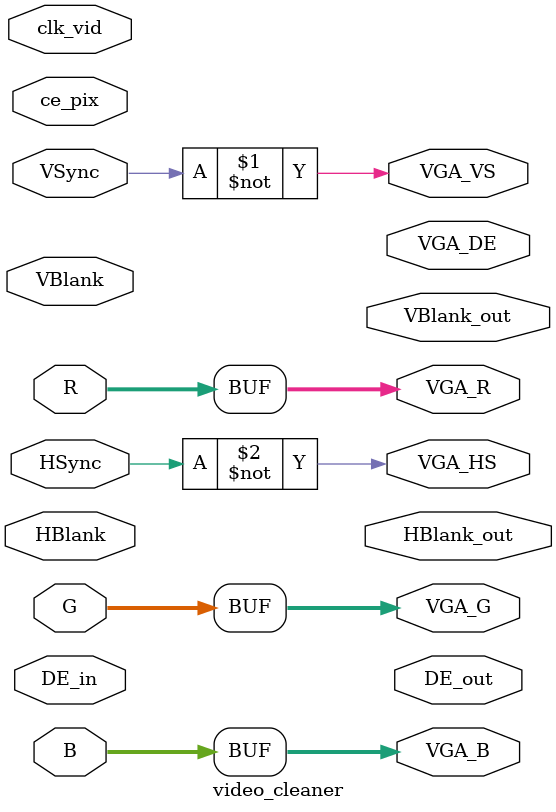
<source format=sv>


module video_cleaner
(
	input            clk_vid,
	input            ce_pix,

	input      [7:0] R,
	input      [7:0] G,
	input      [7:0] B,

	input            HSync,
	input            VSync,
	input            HBlank,
	input            VBlank,

	//optional de
	input            DE_in,

	// video output signals
	output     [7:0] VGA_R,
	output     [7:0] VGA_G,
	output     [7:0] VGA_B,
	output           VGA_VS,
	output           VGA_HS,
	output           VGA_DE,
	
	// optional aligned blank
	output reg       HBlank_out,
	output reg       VBlank_out,
	
	// optional aligned de
	output reg       DE_out
);

assign VGA_VS = ~VSync;
assign VGA_HS = ~HSync;
assign VGA_R = R;
assign VGA_G = G;
assign VGA_B = B;

endmodule

</source>
